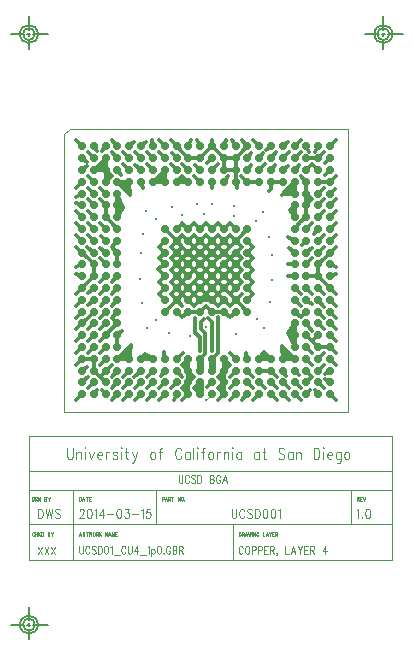
<source format=gbr>
*
*
G04 PADS 9.5 Build Number: 522968 generated Gerber (RS-274-X) file*
G04 PC Version=2.1*
*
%IN "UCSD001-BGA_5mm_2014-03"*%
*
%MOMM*%
*
%FSLAX33Y33*%
*
*
*
*
G04 PC Standard Apertures*
*
*
G04 Thermal Relief Aperture macro.*
%AMTER*
1,1,$1,0,0*
1,0,$1-$2,0,0*
21,0,$3,$4,0,0,45*
21,0,$3,$4,0,0,135*
%
*
*
G04 Annular Aperture macro.*
%AMANN*
1,1,$1,0,0*
1,0,$2,0,0*
%
*
*
G04 Odd Aperture macro.*
%AMODD*
1,1,$1,0,0*
1,0,$1-0.005,0,0*
%
*
*
G04 PC Custom Aperture Macros*
*
*
*
*
*
*
G04 PC Aperture Table*
*
%ADD010C,0.0254*%
%ADD013C,0.05*%
%ADD018C,0.1*%
%ADD019C,0.3*%
%ADD023C,0.08814*%
%ADD024C,0.1778*%
%ADD025C,0.7*%
%ADD032C,0.35*%
%ADD033C,0.6*%
*
*
*
*
G04 PC Circuitry*
G04 Layer Name UCSD001-BGA_5mm_2014-03 - circuitry*
%LPD*%
*
*
G04 PC Custom Flashes*
G04 Layer Name UCSD001-BGA_5mm_2014-03 - flashes*
%LPD*%
*
*
G04 PC Circuitry*
G04 Layer Name UCSD001-BGA_5mm_2014-03 - circuitry*
%LPD*%
*
G54D10*
G54D13*
G01X162762Y130828D02*
Y130500D01*
Y130828D02*
X162864D01*
X162864D02*
X162898Y130812D01*
X162898D02*
X162910Y130796D01*
X162910D02*
X162921Y130765D01*
X162921D02*
Y130734D01*
X162921D02*
X162910Y130703D01*
X162898Y130687*
X162898D02*
X162864Y130671D01*
X162864D02*
X162762D01*
X162842D02*
X162921Y130500D01*
X163023Y130828D02*
Y130500D01*
Y130828D02*
X163171D01*
X163023Y130671D02*
X163114D01*
X163023Y130500D02*
X163171D01*
X163273Y130828D02*
X163364Y130500D01*
X163455Y130828D02*
X163364Y130500D01*
X152762Y127828D02*
Y127500D01*
Y127828D02*
X152842D01*
X152876Y127812*
X152876D02*
X152898Y127781D01*
X152898D02*
X152910Y127750D01*
X152921Y127703*
X152921D02*
Y127625D01*
X152921D02*
X152910Y127578D01*
X152898Y127546*
X152898D02*
X152876Y127515D01*
X152876D02*
X152842Y127500D01*
X152762*
X153023Y127828D02*
Y127500D01*
Y127828D02*
X153126D01*
X153160Y127812*
X153160D02*
X153171Y127796D01*
X153171D02*
X153182Y127765D01*
X153182D02*
Y127734D01*
X153182D02*
X153171Y127703D01*
X153171D02*
X153160Y127687D01*
X153160D02*
X153126Y127671D01*
X153126D02*
X153023D01*
X153103D02*
X153182Y127500D01*
X153376Y127828D02*
X153285Y127500D01*
X153376Y127828D02*
X153467Y127500D01*
X153319Y127609D02*
X153432D01*
X153569Y127828D02*
X153626Y127500D01*
X153682Y127828D02*
X153626Y127500D01*
X153682Y127828D02*
X153739Y127500D01*
X153796Y127828D02*
X153739Y127500D01*
X153898Y127828D02*
Y127500D01*
X154001Y127828D02*
Y127500D01*
Y127828D02*
X154160Y127500D01*
Y127828D02*
Y127500D01*
X154432Y127750D02*
X154421Y127781D01*
X154421D02*
X154398Y127812D01*
X154398D02*
X154376Y127828D01*
X154330*
X154330D02*
X154307Y127812D01*
X154307D02*
X154285Y127781D01*
X154273Y127750*
X154273D02*
X154262Y127703D01*
Y127625*
X154273Y127578*
X154273D02*
X154285Y127546D01*
X154285D02*
X154307Y127515D01*
X154307D02*
X154330Y127500D01*
X154330D02*
X154376D01*
X154398Y127515*
X154398D02*
X154421Y127546D01*
X154421D02*
X154432Y127578D01*
X154432D02*
Y127625D01*
X154376D02*
X154432D01*
X154796Y127828D02*
Y127500D01*
X154796D02*
X154932D01*
X155126Y127828D02*
X155035Y127500D01*
X155126Y127828D02*
X155217Y127500D01*
X155069Y127609D02*
X155182D01*
X155319Y127828D02*
X155410Y127671D01*
X155410D02*
Y127500D01*
X155501Y127828D02*
X155410Y127671D01*
X155603Y127828D02*
Y127500D01*
Y127828D02*
X155751D01*
X155603Y127671D02*
X155694D01*
X155603Y127500D02*
X155751D01*
X155853Y127828D02*
Y127500D01*
Y127828D02*
X155955D01*
X155955D02*
X155989Y127812D01*
X155989D02*
X156001Y127796D01*
X156001D02*
X156012Y127765D01*
X156012D02*
Y127734D01*
X156001Y127703*
X155989Y127687*
X155989D02*
X155955Y127671D01*
X155955D02*
X155853D01*
X155932D02*
X156012Y127500D01*
X146262Y130828D02*
Y130500D01*
Y130828D02*
X146364D01*
X146364D02*
X146398Y130812D01*
X146398D02*
X146410Y130796D01*
X146410D02*
X146421Y130765D01*
X146421D02*
Y130718D01*
X146421D02*
X146410Y130687D01*
X146410D02*
X146398Y130671D01*
X146398D02*
X146364Y130656D01*
X146364D02*
X146262D01*
X146614Y130828D02*
X146523Y130500D01*
X146614Y130828D02*
X146705Y130500D01*
X146557Y130609D02*
X146671D01*
X146807Y130828D02*
Y130500D01*
Y130828D02*
X146910D01*
X146944Y130812*
X146944D02*
X146955Y130796D01*
X146955D02*
X146967Y130765D01*
X146967D02*
Y130734D01*
X146955Y130703*
X146955D02*
X146944Y130687D01*
X146944D02*
X146910Y130671D01*
X146910D02*
X146807D01*
X146887D02*
X146967Y130500D01*
X147148Y130828D02*
Y130500D01*
X147069Y130828D02*
X147228D01*
X147592D02*
Y130500D01*
Y130828D02*
X147751Y130500D01*
Y130828D02*
Y130500D01*
X147921Y130828D02*
X147898Y130812D01*
X147898D02*
X147876Y130781D01*
X147864Y130750*
X147864D02*
X147853Y130703D01*
Y130625*
X147864Y130578*
X147864D02*
X147876Y130546D01*
X147876D02*
X147898Y130515D01*
X147898D02*
X147921Y130500D01*
X147921D02*
X147967D01*
X147989Y130515*
X147989D02*
X148012Y130546D01*
X148012D02*
X148023Y130578D01*
X148023D02*
X148035Y130625D01*
Y130703*
X148023Y130750*
X148023D02*
X148012Y130781D01*
X147989Y130812*
X147989D02*
X147967Y130828D01*
X147921*
X148148Y130531D02*
X148137Y130515D01*
X148137D02*
X148148Y130500D01*
X148148D02*
X148160Y130515D01*
X148160D02*
X148148Y130531D01*
X139353Y127828D02*
X139262Y127500D01*
X139353Y127828D02*
X139444Y127500D01*
X139296Y127609D02*
X139410D01*
X139546Y127828D02*
Y127500D01*
Y127828D02*
X139648D01*
X139648D02*
X139682Y127812D01*
X139682D02*
X139694Y127796D01*
X139694D02*
X139705Y127765D01*
X139705D02*
Y127734D01*
X139705D02*
X139694Y127703D01*
X139682Y127687*
X139682D02*
X139648Y127671D01*
X139648D02*
X139546D01*
X139626D02*
X139705Y127500D01*
X139887Y127828D02*
Y127500D01*
X139807Y127828D02*
X139967D01*
X140069D02*
X140126Y127500D01*
X140182Y127828D02*
X140126Y127500D01*
X140182Y127828D02*
X140239Y127500D01*
X140296Y127828D02*
X140239Y127500D01*
X140467Y127828D02*
X140444Y127812D01*
X140444D02*
X140421Y127781D01*
X140421D02*
X140410Y127750D01*
X140398Y127703*
X140398D02*
Y127625D01*
X140398D02*
X140410Y127578D01*
X140421Y127546*
X140421D02*
X140444Y127515D01*
X140444D02*
X140467Y127500D01*
X140512*
X140535Y127515*
X140535D02*
X140557Y127546D01*
X140557D02*
X140569Y127578D01*
X140580Y127625*
X140580D02*
Y127703D01*
X140580D02*
X140569Y127750D01*
X140557Y127781*
X140557D02*
X140535Y127812D01*
X140535D02*
X140512Y127828D01*
X140467*
X140682D02*
Y127500D01*
Y127828D02*
X140785D01*
X140819Y127812*
X140819D02*
X140830Y127796D01*
X140830D02*
X140842Y127765D01*
X140842D02*
Y127734D01*
X140830Y127703*
X140830D02*
X140819Y127687D01*
X140819D02*
X140785Y127671D01*
X140785D02*
X140682D01*
X140762D02*
X140842Y127500D01*
X140944Y127828D02*
Y127500D01*
X141103Y127828D02*
X140944Y127609D01*
X141001Y127687D02*
X141103Y127500D01*
X141467Y127828D02*
Y127500D01*
Y127828D02*
X141626Y127500D01*
Y127828D02*
Y127500D01*
X141819Y127828D02*
X141728Y127500D01*
X141819Y127828D02*
X141910Y127500D01*
X141762Y127609D02*
X141876D01*
X142012Y127828D02*
Y127500D01*
Y127828D02*
X142103Y127500D01*
X142194Y127828D02*
X142103Y127500D01*
X142194Y127828D02*
Y127500D01*
X142296Y127828D02*
Y127500D01*
Y127828D02*
X142444D01*
X142296Y127671D02*
X142387D01*
X142296Y127500D02*
X142444D01*
X139262Y130828D02*
Y130500D01*
Y130828D02*
X139342D01*
X139376Y130812*
X139376D02*
X139398Y130781D01*
X139398D02*
X139410Y130750D01*
X139421Y130703*
X139421D02*
Y130625D01*
X139421D02*
X139410Y130578D01*
X139398Y130546*
X139398D02*
X139376Y130515D01*
X139376D02*
X139342Y130500D01*
X139262*
X139614Y130828D02*
X139523Y130500D01*
X139614Y130828D02*
X139705Y130500D01*
X139557Y130609D02*
X139671D01*
X139887Y130828D02*
Y130500D01*
X139807Y130828D02*
X139967D01*
X140069D02*
Y130500D01*
Y130828D02*
X140217D01*
X140069Y130671D02*
X140160D01*
X140069Y130500D02*
X140217D01*
X135432Y127750D02*
X135421Y127781D01*
X135421D02*
X135398Y127812D01*
X135398D02*
X135376Y127828D01*
X135330*
X135330D02*
X135307Y127812D01*
X135307D02*
X135285Y127781D01*
X135273Y127750*
X135273D02*
X135262Y127703D01*
Y127625*
X135273Y127578*
X135273D02*
X135285Y127546D01*
X135285D02*
X135307Y127515D01*
X135307D02*
X135330Y127500D01*
X135330D02*
X135376D01*
X135398Y127515*
X135398D02*
X135421Y127546D01*
X135421D02*
X135432Y127578D01*
X135535Y127828D02*
Y127500D01*
X135694Y127828D02*
Y127500D01*
X135535Y127671D02*
X135694D01*
X135796Y127828D02*
Y127500D01*
X135955Y127828D02*
X135796Y127609D01*
X135853Y127687D02*
X135955Y127500D01*
X136057Y127828D02*
Y127500D01*
Y127828D02*
X136137D01*
X136171Y127812*
X136171D02*
X136194Y127781D01*
X136205Y127750*
X136205D02*
X136217Y127703D01*
Y127625*
X136205Y127578*
X136205D02*
X136194Y127546D01*
X136194D02*
X136171Y127515D01*
X136171D02*
X136137Y127500D01*
X136057*
X136580Y127828D02*
Y127500D01*
Y127828D02*
X136682D01*
X136682D02*
X136717Y127812D01*
X136717D02*
X136728Y127796D01*
X136728D02*
X136739Y127765D01*
X136739D02*
Y127734D01*
X136739D02*
X136728Y127703D01*
X136717Y127687*
X136717D02*
X136682Y127671D01*
X136580D02*
X136682D01*
X136682D02*
X136717Y127656D01*
X136728Y127640*
X136728D02*
X136739Y127609D01*
X136739D02*
Y127562D01*
X136739D02*
X136728Y127531D01*
X136717Y127515*
X136717D02*
X136682Y127500D01*
X136682D02*
X136580D01*
X136842Y127828D02*
X136932Y127671D01*
X136932D02*
Y127500D01*
X137023Y127828D02*
X136932Y127671D01*
X135262Y130828D02*
Y130500D01*
Y130828D02*
X135342D01*
X135376Y130812*
X135376D02*
X135398Y130781D01*
X135398D02*
X135410Y130750D01*
X135421Y130703*
X135421D02*
Y130625D01*
X135421D02*
X135410Y130578D01*
X135398Y130546*
X135398D02*
X135376Y130515D01*
X135376D02*
X135342Y130500D01*
X135262*
X135523Y130828D02*
Y130500D01*
Y130828D02*
X135626D01*
X135660Y130812*
X135660D02*
X135671Y130796D01*
X135671D02*
X135682Y130765D01*
X135682D02*
Y130734D01*
X135682D02*
X135671Y130703D01*
X135671D02*
X135660Y130687D01*
X135660D02*
X135626Y130671D01*
X135626D02*
X135523D01*
X135603D02*
X135682Y130500D01*
X135785Y130828D02*
Y130500D01*
Y130828D02*
X135944Y130500D01*
Y130828D02*
Y130500D01*
X136307Y130828D02*
Y130500D01*
Y130828D02*
X136410D01*
X136444Y130812*
X136444D02*
X136455Y130796D01*
X136455D02*
X136467Y130765D01*
X136467D02*
Y130734D01*
X136455Y130703*
X136455D02*
X136444Y130687D01*
X136444D02*
X136410Y130671D01*
X136307D02*
X136410D01*
X136410D02*
X136444Y130656D01*
X136455Y130640*
X136455D02*
X136467Y130609D01*
Y130562*
X136467D02*
X136455Y130531D01*
X136455D02*
X136444Y130515D01*
X136444D02*
X136410Y130500D01*
X136307*
X136569Y130828D02*
X136660Y130671D01*
X136660D02*
Y130500D01*
X136751Y130828D02*
X136660Y130671D01*
G54D18*
X150000Y139000D02*
X150500Y139500D01*
X135000Y128500D02*
X138762D01*
Y131410*
X135000*
Y128500*
Y125500D02*
X138762D01*
Y128500*
X135000*
Y125500*
X138762Y128500D02*
X145762D01*
Y131410*
X138762*
Y128500*
Y125500D02*
X152262D01*
Y128500*
Y125500D02*
X165762D01*
Y128500*
X152262*
Y125500*
X145762Y128500D02*
X162262D01*
Y131410*
X145762*
Y128500*
X134999Y131410D02*
X165762D01*
Y133000*
X134999*
X134999D02*
Y131410D01*
Y133000D02*
X165762D01*
Y136000*
X134999*
X134999D02*
Y133000D01*
X163762Y128500D02*
X165762D01*
Y131410*
X162262*
Y128500*
X135762Y129820D02*
Y129000D01*
Y129820D02*
X135961D01*
X136046Y129781*
X136046D02*
X136103Y129703D01*
X136131Y129625*
X136131D02*
X136160Y129507D01*
X136160D02*
Y129312D01*
X136160D02*
X136131Y129195D01*
X136131D02*
X136103Y129117D01*
X136046Y129039*
X136046D02*
X135961Y129000D01*
X135762*
X136415Y129820D02*
X136557Y129000D01*
X136699Y129820D02*
X136557Y129000D01*
X136699Y129820D02*
X136842Y129000D01*
X136984Y129820D02*
X136842Y129000D01*
X137637Y129703D02*
X137580Y129781D01*
X137580D02*
X137495Y129820D01*
X137381*
X137381D02*
X137296Y129781D01*
X137296D02*
X137239Y129703D01*
X137239D02*
Y129625D01*
X137239D02*
X137268Y129546D01*
X137268D02*
X137296Y129507D01*
X137296D02*
X137353Y129468D01*
X137353D02*
X137523Y129390D01*
X137523D02*
X137580Y129351D01*
X137580D02*
X137609Y129312D01*
X137609D02*
X137637Y129234D01*
Y129117*
X137580Y129039*
X137580D02*
X137495Y129000D01*
X137381*
X137381D02*
X137296Y129039D01*
X137296D02*
X137239Y129117D01*
X147682Y132656D02*
Y132187D01*
X147682D02*
X147705Y132093D01*
X147705D02*
X147751Y132031D01*
X147819Y132000*
X147864*
X147864D02*
X147932Y132031D01*
X147932D02*
X147978Y132093D01*
X147978D02*
X148001Y132187D01*
X148001D02*
Y132656D01*
X148546Y132500D02*
X148523Y132562D01*
X148523D02*
X148478Y132625D01*
X148432Y132656*
X148432D02*
X148342D01*
X148296Y132625*
X148296D02*
X148251Y132562D01*
X148251D02*
X148228Y132500D01*
X148205Y132406*
X148205D02*
Y132250D01*
X148205D02*
X148228Y132156D01*
X148251Y132093*
X148251D02*
X148296Y132031D01*
X148296D02*
X148342Y132000D01*
X148432*
X148432D02*
X148478Y132031D01*
X148523Y132093*
X148523D02*
X148546Y132156D01*
X149069Y132562D02*
X149023Y132625D01*
X149023D02*
X148955Y132656D01*
X148955D02*
X148864D01*
X148864D02*
X148796Y132625D01*
X148796D02*
X148751Y132562D01*
X148751D02*
Y132500D01*
X148773Y132437*
X148773D02*
X148796Y132406D01*
X148796D02*
X148842Y132375D01*
X148978Y132312*
X148978D02*
X149023Y132281D01*
X149023D02*
X149046Y132250D01*
X149046D02*
X149069Y132187D01*
X149069D02*
Y132093D01*
X149069D02*
X149023Y132031D01*
X149023D02*
X148955Y132000D01*
X148955D02*
X148864D01*
X148864D02*
X148796Y132031D01*
X148796D02*
X148751Y132093D01*
X149273Y132656D02*
Y132000D01*
Y132656D02*
X149432D01*
X149432D02*
X149501Y132625D01*
X149546Y132562*
X149546D02*
X149569Y132500D01*
X149592Y132406*
Y132250*
X149569Y132156*
X149546Y132093*
X149546D02*
X149501Y132031D01*
X149432Y132000*
X149432D02*
X149273D01*
X150319Y132656D02*
Y132000D01*
Y132656D02*
X150523D01*
X150523D02*
X150592Y132625D01*
X150614Y132593*
X150614D02*
X150637Y132531D01*
Y132468*
X150637D02*
X150614Y132406D01*
X150614D02*
X150592Y132375D01*
X150523Y132343*
X150319D02*
X150523D01*
X150523D02*
X150592Y132312D01*
X150592D02*
X150614Y132281D01*
X150614D02*
X150637Y132218D01*
X150637D02*
Y132125D01*
X150614Y132062*
X150614D02*
X150592Y132031D01*
X150523Y132000*
X150523D02*
X150319D01*
X151182Y132500D02*
X151160Y132562D01*
X151160D02*
X151114Y132625D01*
X151114D02*
X151069Y132656D01*
X150978*
X150932Y132625*
X150932D02*
X150887Y132562D01*
X150887D02*
X150864Y132500D01*
X150864D02*
X150842Y132406D01*
Y132250*
X150864Y132156*
X150864D02*
X150887Y132093D01*
X150887D02*
X150932Y132031D01*
X150932D02*
X150978Y132000D01*
X151069*
X151114Y132031*
X151114D02*
X151160Y132093D01*
X151160D02*
X151182Y132156D01*
X151182D02*
Y132250D01*
X151069D02*
X151182D01*
X151569Y132656D02*
X151387Y132000D01*
X151569Y132656D02*
X151751Y132000D01*
X151455Y132218D02*
X151682D01*
X138245Y134984D02*
Y134281D01*
X138279Y134140*
X138279D02*
X138347Y134046D01*
X138347D02*
X138449Y134000D01*
X138449D02*
X138518D01*
X138620Y134046*
X138620D02*
X138688Y134140D01*
X138688D02*
X138722Y134281D01*
X138722D02*
Y134984D01*
X139029Y134656D02*
Y134000D01*
Y134468D02*
X139131Y134609D01*
X139131D02*
X139199Y134656D01*
X139199D02*
X139302D01*
X139370Y134609*
X139404Y134468*
X139404D02*
Y134000D01*
X139711Y134984D02*
X139745Y134937D01*
X139745D02*
X139779Y134984D01*
X139779D02*
X139745Y135031D01*
X139711Y134984*
X139745Y134656D02*
Y134000D01*
X140086Y134656D02*
X140290Y134000D01*
X140495Y134656D02*
X140290Y134000D01*
X140802Y134375D02*
X141211D01*
Y134468*
X141211D02*
X141177Y134562D01*
X141177D02*
X141143Y134609D01*
X141074Y134656*
X141074D02*
X140972D01*
X140972D02*
X140904Y134609D01*
X140904D02*
X140836Y134515D01*
X140836D02*
X140802Y134375D01*
Y134281*
X140836Y134140*
X140836D02*
X140904Y134046D01*
X140904D02*
X140972Y134000D01*
X140972D02*
X141074D01*
X141074D02*
X141143Y134046D01*
X141143D02*
X141211Y134140D01*
X141518Y134656D02*
Y134000D01*
Y134375D02*
X141552Y134515D01*
X141552D02*
X141620Y134609D01*
X141688Y134656*
X141688D02*
X141790D01*
X142472Y134515D02*
X142438Y134609D01*
X142438D02*
X142336Y134656D01*
X142234*
X142131Y134609*
X142131D02*
X142097Y134515D01*
X142097D02*
X142131Y134421D01*
X142131D02*
X142199Y134375D01*
X142199D02*
X142370Y134328D01*
X142438Y134281*
X142438D02*
X142472Y134187D01*
X142472D02*
Y134140D01*
X142472D02*
X142438Y134046D01*
X142438D02*
X142336Y134000D01*
X142234*
X142131Y134046*
X142131D02*
X142097Y134140D01*
X142779Y134984D02*
X142813Y134937D01*
X142813D02*
X142847Y134984D01*
X142847D02*
X142813Y135031D01*
X142813D02*
X142779Y134984D01*
X142813Y134656D02*
Y134000D01*
X143256Y134984D02*
Y134187D01*
X143256D02*
X143290Y134046D01*
X143290D02*
X143359Y134000D01*
X143427*
X143154Y134656D02*
X143393D01*
X143768D02*
X143972Y134000D01*
X144177Y134656D02*
X143972Y134000D01*
X143972D02*
X143904Y133812D01*
X143904D02*
X143836Y133718D01*
X143836D02*
X143768Y133671D01*
X143768D02*
X143734D01*
X145438Y134656D02*
X145370Y134609D01*
X145302Y134515*
X145302D02*
X145268Y134375D01*
Y134281*
X145302Y134140*
X145302D02*
X145370Y134046D01*
X145370D02*
X145438Y134000D01*
X145438D02*
X145540D01*
X145540D02*
X145609Y134046D01*
X145609D02*
X145677Y134140D01*
X145677D02*
X145711Y134281D01*
Y134375*
X145677Y134515*
X145677D02*
X145609Y134609D01*
X145540Y134656*
X145540D02*
X145438D01*
X146290Y134984D02*
X146222D01*
X146222D02*
X146154Y134937D01*
X146154D02*
X146120Y134796D01*
X146120D02*
Y134000D01*
X146018Y134656D02*
X146256D01*
X147893Y134750D02*
X147859Y134843D01*
X147859D02*
X147790Y134937D01*
X147790D02*
X147722Y134984D01*
X147722D02*
X147586D01*
X147518Y134937*
X147518D02*
X147449Y134843D01*
X147449D02*
X147415Y134750D01*
X147415D02*
X147381Y134609D01*
X147381D02*
Y134375D01*
X147381D02*
X147415Y134234D01*
X147415D02*
X147449Y134140D01*
X147449D02*
X147518Y134046D01*
X147518D02*
X147586Y134000D01*
X147722*
X147722D02*
X147790Y134046D01*
X147790D02*
X147859Y134140D01*
X147859D02*
X147893Y134234D01*
X148609Y134656D02*
Y134000D01*
Y134515D02*
X148540Y134609D01*
X148540D02*
X148472Y134656D01*
X148472D02*
X148370D01*
X148302Y134609*
X148234Y134515*
X148234D02*
X148199Y134375D01*
X148199D02*
Y134281D01*
X148199D02*
X148234Y134140D01*
X148234D02*
X148302Y134046D01*
X148302D02*
X148370Y134000D01*
X148472*
X148472D02*
X148540Y134046D01*
X148540D02*
X148609Y134140D01*
X148915Y134984D02*
Y134000D01*
X149222Y134984D02*
X149256Y134937D01*
X149256D02*
X149290Y134984D01*
X149290D02*
X149256Y135031D01*
X149256D02*
X149222Y134984D01*
X149256Y134656D02*
Y134000D01*
X149870Y134984D02*
X149802D01*
X149734Y134937*
X149734D02*
X149699Y134796D01*
X149699D02*
Y134000D01*
X149597Y134656D02*
X149836D01*
X150347D02*
X150279Y134609D01*
X150279D02*
X150211Y134515D01*
X150211D02*
X150177Y134375D01*
Y134281*
X150211Y134140*
X150211D02*
X150279Y134046D01*
X150279D02*
X150347Y134000D01*
X150347D02*
X150449D01*
X150449D02*
X150518Y134046D01*
X150518D02*
X150586Y134140D01*
X150586D02*
X150620Y134281D01*
Y134375*
X150586Y134515*
X150586D02*
X150518Y134609D01*
X150449Y134656*
X150449D02*
X150347D01*
X150927D02*
Y134000D01*
Y134375D02*
X150961Y134515D01*
X150961D02*
X151029Y134609D01*
X151029D02*
X151097Y134656D01*
X151097D02*
X151199D01*
X151506D02*
Y134000D01*
Y134468D02*
X151609Y134609D01*
X151677Y134656*
X151779*
X151779D02*
X151847Y134609D01*
X151847D02*
X151881Y134468D01*
X151881D02*
Y134000D01*
X152188Y134984D02*
X152222Y134937D01*
X152222D02*
X152256Y134984D01*
X152256D02*
X152222Y135031D01*
X152222D02*
X152188Y134984D01*
X152222Y134656D02*
Y134000D01*
X152972Y134656D02*
Y134000D01*
Y134515D02*
X152904Y134609D01*
X152904D02*
X152836Y134656D01*
X152734*
X152665Y134609*
X152665D02*
X152597Y134515D01*
X152597D02*
X152563Y134375D01*
X152563D02*
Y134281D01*
X152563D02*
X152597Y134140D01*
X152597D02*
X152665Y134046D01*
X152665D02*
X152734Y134000D01*
X152836*
X152904Y134046*
X152904D02*
X152972Y134140D01*
X154472Y134656D02*
Y134000D01*
Y134515D02*
X154404Y134609D01*
X154404D02*
X154336Y134656D01*
X154234*
X154165Y134609*
X154165D02*
X154097Y134515D01*
X154097D02*
X154063Y134375D01*
X154063D02*
Y134281D01*
X154063D02*
X154097Y134140D01*
X154097D02*
X154165Y134046D01*
X154165D02*
X154234Y134000D01*
X154336*
X154404Y134046*
X154404D02*
X154472Y134140D01*
X154881Y134984D02*
Y134187D01*
X154881D02*
X154915Y134046D01*
X154915D02*
X154984Y134000D01*
X155052*
X154779Y134656D02*
X155018D01*
X156620Y134843D02*
X156552Y134937D01*
X156552D02*
X156449Y134984D01*
X156449D02*
X156313D01*
X156313D02*
X156211Y134937D01*
X156211D02*
X156143Y134843D01*
X156143D02*
Y134750D01*
X156177Y134656*
X156211Y134609*
X156279Y134562*
X156279D02*
X156484Y134468D01*
X156484D02*
X156552Y134421D01*
X156552D02*
X156586Y134375D01*
X156620Y134281*
Y134140*
X156620D02*
X156552Y134046D01*
X156552D02*
X156449Y134000D01*
X156449D02*
X156313D01*
X156313D02*
X156211Y134046D01*
X156211D02*
X156143Y134140D01*
X157336Y134656D02*
Y134000D01*
Y134515D02*
X157268Y134609D01*
X157199Y134656*
X157199D02*
X157097D01*
X157097D02*
X157029Y134609D01*
X157029D02*
X156961Y134515D01*
X156961D02*
X156927Y134375D01*
Y134281*
X156961Y134140*
X156961D02*
X157029Y134046D01*
X157029D02*
X157097Y134000D01*
X157097D02*
X157199D01*
X157199D02*
X157268Y134046D01*
X157268D02*
X157336Y134140D01*
X157643Y134656D02*
Y134000D01*
Y134468D02*
X157745Y134609D01*
X157813Y134656*
X157813D02*
X157915D01*
X157915D02*
X157984Y134609D01*
X158018Y134468*
X158018D02*
Y134000D01*
X159109Y134984D02*
Y134000D01*
Y134984D02*
X159347D01*
X159347D02*
X159449Y134937D01*
X159449D02*
X159518Y134843D01*
X159518D02*
X159552Y134750D01*
X159586Y134609*
Y134375*
X159552Y134234*
X159518Y134140*
X159518D02*
X159449Y134046D01*
X159449D02*
X159347Y134000D01*
X159347D02*
X159109D01*
X159893Y134984D02*
X159927Y134937D01*
X159927D02*
X159961Y134984D01*
X159927Y135031*
X159893Y134984*
X159927Y134656D02*
Y134000D01*
X160268Y134375D02*
X160677D01*
Y134468*
X160677D02*
X160643Y134562D01*
X160643D02*
X160609Y134609D01*
X160540Y134656*
X160540D02*
X160438D01*
X160438D02*
X160370Y134609D01*
X160302Y134515*
X160302D02*
X160268Y134375D01*
Y134281*
X160302Y134140*
X160302D02*
X160370Y134046D01*
X160370D02*
X160438Y134000D01*
X160438D02*
X160540D01*
X160540D02*
X160609Y134046D01*
X160609D02*
X160677Y134140D01*
X161393Y134656D02*
Y133906D01*
X161359Y133765*
X161359D02*
X161324Y133718D01*
X161324D02*
X161256Y133671D01*
X161256D02*
X161154D01*
X161154D02*
X161086Y133718D01*
X161393Y134515D02*
X161324Y134609D01*
X161324D02*
X161256Y134656D01*
X161256D02*
X161154D01*
X161154D02*
X161086Y134609D01*
X161018Y134515*
X161018D02*
X160984Y134375D01*
Y134281*
X161018Y134140*
X161018D02*
X161086Y134046D01*
X161086D02*
X161154Y134000D01*
X161154D02*
X161256D01*
X161256D02*
X161324Y134046D01*
X161324D02*
X161393Y134140D01*
X161870Y134656D02*
X161802Y134609D01*
X161734Y134515*
X161734D02*
X161699Y134375D01*
X161699D02*
Y134281D01*
X161699D02*
X161734Y134140D01*
X161734D02*
X161802Y134046D01*
X161802D02*
X161870Y134000D01*
X161972*
X161972D02*
X162040Y134046D01*
X162040D02*
X162109Y134140D01*
X162109D02*
X162143Y134281D01*
Y134375*
X162109Y134515*
X162109D02*
X162040Y134609D01*
X162040D02*
X161972Y134656D01*
X161972D02*
X161870D01*
X162762Y129664D02*
X162819Y129703D01*
X162904Y129820*
X162904D02*
Y129000D01*
X163188Y129078D02*
X163160Y129039D01*
X163188Y129000*
X163188D02*
X163217Y129039D01*
X163188Y129078*
X163643Y129820D02*
X163557Y129781D01*
X163557D02*
X163501Y129664D01*
X163472Y129468*
X163472D02*
Y129351D01*
X163472D02*
X163501Y129156D01*
X163557Y129039*
X163557D02*
X163643Y129000D01*
X163699*
X163699D02*
X163785Y129039D01*
X163842Y129156*
X163870Y129351*
X163870D02*
Y129468D01*
X163870D02*
X163842Y129664D01*
X163785Y129781*
X163699Y129820*
X163699D02*
X163643D01*
X152160D02*
Y129234D01*
X152188Y129117*
X152188D02*
X152245Y129039D01*
X152330Y129000*
X152330D02*
X152387D01*
X152472Y129039*
X152472D02*
X152529Y129117D01*
X152529D02*
X152557Y129234D01*
X152557D02*
Y129820D01*
X153239Y129625D02*
X153211Y129703D01*
X153154Y129781*
X153154D02*
X153097Y129820D01*
X153097D02*
X152984D01*
X152927Y129781*
X152870Y129703*
X152842Y129625*
X152813Y129507*
X152813D02*
Y129312D01*
X152813D02*
X152842Y129195D01*
X152870Y129117*
X152927Y129039*
X152984Y129000*
X153097*
X153097D02*
X153154Y129039D01*
X153154D02*
X153211Y129117D01*
X153239Y129195*
X153893Y129703D02*
X153836Y129781D01*
X153751Y129820*
X153637*
X153552Y129781*
X153495Y129703*
Y129625*
X153523Y129546*
X153523D02*
X153552Y129507D01*
X153552D02*
X153609Y129468D01*
X153609D02*
X153779Y129390D01*
X153779D02*
X153836Y129351D01*
X153836D02*
X153864Y129312D01*
X153864D02*
X153893Y129234D01*
Y129117*
X153836Y129039*
X153751Y129000*
X153637*
X153552Y129039*
X153495Y129117*
X154148Y129820D02*
Y129000D01*
Y129820D02*
X154347D01*
X154347D02*
X154432Y129781D01*
X154432D02*
X154489Y129703D01*
X154489D02*
X154518Y129625D01*
X154546Y129507*
X154546D02*
Y129312D01*
X154546D02*
X154518Y129195D01*
X154489Y129117*
X154489D02*
X154432Y129039D01*
X154432D02*
X154347Y129000D01*
X154347D02*
X154148D01*
X154972Y129820D02*
X154887Y129781D01*
X154830Y129664*
X154830D02*
X154802Y129468D01*
X154802D02*
Y129351D01*
X154802D02*
X154830Y129156D01*
X154830D02*
X154887Y129039D01*
X154972Y129000*
X154972D02*
X155029D01*
X155029D02*
X155114Y129039D01*
X155114D02*
X155171Y129156D01*
X155171D02*
X155199Y129351D01*
X155199D02*
Y129468D01*
X155199D02*
X155171Y129664D01*
X155171D02*
X155114Y129781D01*
X155114D02*
X155029Y129820D01*
X155029D02*
X154972D01*
X155626D02*
X155540Y129781D01*
X155540D02*
X155484Y129664D01*
X155455Y129468*
X155455D02*
Y129351D01*
X155455D02*
X155484Y129156D01*
X155540Y129039*
X155540D02*
X155626Y129000D01*
X155682*
X155682D02*
X155768Y129039D01*
X155824Y129156*
X155824D02*
X155853Y129351D01*
X155853D02*
Y129468D01*
X155853D02*
X155824Y129664D01*
X155824D02*
X155768Y129781D01*
X155682Y129820*
X155682D02*
X155626D01*
X156109Y129664D02*
X156165Y129703D01*
X156165D02*
X156251Y129820D01*
Y129000*
X139290Y129625D02*
Y129664D01*
X139290D02*
X139319Y129742D01*
X139347Y129781*
X139347D02*
X139404Y129820D01*
X139404D02*
X139518D01*
X139574Y129781*
X139574D02*
X139603Y129742D01*
X139631Y129664*
X139631D02*
Y129585D01*
X139631D02*
X139603Y129507D01*
X139603D02*
X139546Y129390D01*
X139546D02*
X139262Y129000D01*
X139660*
X140086Y129820D02*
X140001Y129781D01*
X139944Y129664*
X139915Y129468*
X139915D02*
Y129351D01*
X139915D02*
X139944Y129156D01*
X140001Y129039*
X140086Y129000*
X140143*
X140228Y129039*
X140285Y129156*
X140313Y129351*
X140313D02*
Y129468D01*
X140313D02*
X140285Y129664D01*
X140228Y129781*
X140143Y129820*
X140086*
X140569Y129664D02*
X140626Y129703D01*
X140711Y129820*
Y129000*
X141251Y129820D02*
X140967Y129273D01*
X141393*
X141251Y129820D02*
Y129000D01*
X141648Y129351D02*
X142160D01*
X142586Y129820D02*
X142501Y129781D01*
X142444Y129664*
X142415Y129468*
X142415D02*
Y129351D01*
X142415D02*
X142444Y129156D01*
X142501Y129039*
X142586Y129000*
X142643*
X142728Y129039*
X142785Y129156*
X142813Y129351*
X142813D02*
Y129468D01*
X142813D02*
X142785Y129664D01*
X142728Y129781*
X142643Y129820*
X142586*
X143126D02*
X143438D01*
X143438D02*
X143268Y129507D01*
X143268D02*
X143353D01*
X143353D02*
X143410Y129468D01*
X143410D02*
X143438Y129429D01*
X143438D02*
X143467Y129312D01*
X143467D02*
Y129234D01*
X143438Y129117*
X143438D02*
X143381Y129039D01*
X143381D02*
X143296Y129000D01*
X143296D02*
X143211D01*
X143126Y129039*
X143097Y129078*
X143097D02*
X143069Y129156D01*
X143722Y129351D02*
X144234D01*
X144489Y129664D02*
X144546Y129703D01*
X144546D02*
X144631Y129820D01*
X144631D02*
Y129000D01*
X145256Y129820D02*
X144972D01*
X144972D02*
X144944Y129468D01*
X144944D02*
X144972Y129507D01*
X144972D02*
X145057Y129546D01*
X145057D02*
X145143D01*
X145143D02*
X145228Y129507D01*
X145228D02*
X145285Y129429D01*
X145285D02*
X145313Y129312D01*
X145313D02*
X145285Y129234D01*
X145256Y129117*
X145256D02*
X145199Y129039D01*
X145199D02*
X145114Y129000D01*
X145114D02*
X145029D01*
X145029D02*
X144944Y129039D01*
X144915Y129078*
X144915D02*
X144887Y129156D01*
X135762Y126546D02*
X136074Y126000D01*
Y126546D02*
X135762Y126000D01*
X136330Y126546D02*
X136643Y126000D01*
Y126546D02*
X136330Y126000D01*
X136898Y126546D02*
X137211Y126000D01*
Y126546D02*
X136898Y126000D01*
X153103Y126500D02*
X153080Y126562D01*
X153080D02*
X153035Y126625D01*
X152989Y126656*
X152989D02*
X152898D01*
X152898D02*
X152853Y126625D01*
X152807Y126562*
X152807D02*
X152785Y126500D01*
X152762Y126406*
Y126250*
X152785Y126156*
X152807Y126093*
X152807D02*
X152853Y126031D01*
X152898Y126000*
X152898D02*
X152989D01*
X152989D02*
X153035Y126031D01*
X153080Y126093*
X153080D02*
X153103Y126156D01*
X153444Y126656D02*
X153398Y126625D01*
X153398D02*
X153353Y126562D01*
X153353D02*
X153330Y126500D01*
X153330D02*
X153307Y126406D01*
X153307D02*
Y126250D01*
X153307D02*
X153330Y126156D01*
X153330D02*
X153353Y126093D01*
X153353D02*
X153398Y126031D01*
X153398D02*
X153444Y126000D01*
X153535*
X153580Y126031*
X153580D02*
X153626Y126093D01*
X153626D02*
X153648Y126156D01*
X153648D02*
X153671Y126250D01*
X153671D02*
Y126406D01*
X153671D02*
X153648Y126500D01*
X153648D02*
X153626Y126562D01*
X153626D02*
X153580Y126625D01*
X153580D02*
X153535Y126656D01*
X153444*
X153876D02*
Y126000D01*
Y126656D02*
X154080D01*
X154080D02*
X154148Y126625D01*
X154148D02*
X154171Y126593D01*
X154171D02*
X154194Y126531D01*
Y126437*
X154194D02*
X154171Y126375D01*
X154171D02*
X154148Y126343D01*
X154148D02*
X154080Y126312D01*
X154080D02*
X153876D01*
X154398Y126656D02*
Y126000D01*
Y126656D02*
X154603D01*
X154671Y126625*
X154671D02*
X154694Y126593D01*
X154694D02*
X154717Y126531D01*
Y126437*
X154717D02*
X154694Y126375D01*
X154671Y126343*
X154671D02*
X154603Y126312D01*
X154603D02*
X154398D01*
X154921Y126656D02*
Y126000D01*
Y126656D02*
X155217D01*
X154921Y126343D02*
X155103D01*
X154921Y126000D02*
X155217D01*
X155421Y126656D02*
Y126000D01*
Y126656D02*
X155626D01*
X155694Y126625*
X155717Y126593*
X155717D02*
X155739Y126531D01*
X155739D02*
Y126468D01*
X155739D02*
X155717Y126406D01*
X155694Y126375*
X155626Y126343*
X155626D02*
X155421D01*
X155580D02*
X155739Y126000D01*
X155989Y126031D02*
X155967Y126000D01*
X155944Y126031*
X155967Y126062*
X155967D02*
X155989Y126031D01*
X155989D02*
Y125968D01*
X155989D02*
X155967Y125906D01*
X155944Y125875*
X156717Y126656D02*
Y126000D01*
X156989*
X157376Y126656D02*
X157194Y126000D01*
X157376Y126656D02*
X157557Y126000D01*
X157262Y126218D02*
X157489D01*
X157762Y126656D02*
X157944Y126343D01*
X157944D02*
Y126000D01*
X158126Y126656D02*
X157944Y126343D01*
X158330Y126656D02*
Y126000D01*
Y126656D02*
X158626D01*
X158330Y126343D02*
X158512D01*
X158330Y126000D02*
X158626D01*
X158830Y126656D02*
Y126000D01*
Y126656D02*
X159035D01*
X159103Y126625*
X159126Y126593*
X159126D02*
X159148Y126531D01*
X159148D02*
Y126468D01*
X159148D02*
X159126Y126406D01*
X159103Y126375*
X159035Y126343*
X159035D02*
X158830D01*
X158989D02*
X159148Y126000D01*
X160103Y126656D02*
X159876Y126218D01*
X159876D02*
X160217D01*
X160103Y126656D02*
Y126000D01*
X139262Y126656D02*
Y126187D01*
X139262D02*
X139285Y126093D01*
X139285D02*
X139330Y126031D01*
X139330D02*
X139398Y126000D01*
X139398D02*
X139444D01*
X139512Y126031*
X139557Y126093*
X139557D02*
X139580Y126187D01*
X139580D02*
Y126656D01*
X140126Y126500D02*
X140103Y126562D01*
X140103D02*
X140057Y126625D01*
X140057D02*
X140012Y126656D01*
X139921*
X139921D02*
X139876Y126625D01*
X139830Y126562*
X139830D02*
X139807Y126500D01*
X139807D02*
X139785Y126406D01*
Y126250*
X139807Y126156*
X139807D02*
X139830Y126093D01*
X139830D02*
X139876Y126031D01*
X139921Y126000*
X139921D02*
X140012D01*
X140057Y126031*
X140057D02*
X140103Y126093D01*
X140103D02*
X140126Y126156D01*
X140648Y126562D02*
X140603Y126625D01*
X140535Y126656*
X140444*
X140376Y126625*
X140330Y126562*
X140330D02*
Y126500D01*
X140330D02*
X140353Y126437D01*
X140353D02*
X140376Y126406D01*
X140421Y126375*
X140421D02*
X140557Y126312D01*
X140557D02*
X140603Y126281D01*
X140626Y126250*
X140648Y126187*
X140648D02*
Y126093D01*
X140648D02*
X140603Y126031D01*
X140535Y126000*
X140444*
X140376Y126031*
X140330Y126093*
X140853Y126656D02*
Y126000D01*
Y126656D02*
X141012D01*
X141080Y126625*
X141080D02*
X141126Y126562D01*
X141126D02*
X141148Y126500D01*
X141148D02*
X141171Y126406D01*
X141171D02*
Y126250D01*
X141171D02*
X141148Y126156D01*
X141148D02*
X141126Y126093D01*
X141126D02*
X141080Y126031D01*
X141080D02*
X141012Y126000D01*
X140853*
X141512Y126656D02*
X141444Y126625D01*
X141398Y126531*
X141398D02*
X141376Y126375D01*
Y126281*
X141398Y126125*
X141398D02*
X141444Y126031D01*
X141512Y126000*
X141557*
X141557D02*
X141626Y126031D01*
X141671Y126125*
X141671D02*
X141694Y126281D01*
Y126375*
X141671Y126531*
X141671D02*
X141626Y126625D01*
X141557Y126656*
X141557D02*
X141512D01*
X141898Y126531D02*
X141944Y126562D01*
X141944D02*
X142012Y126656D01*
Y126000*
X142217Y125875D02*
X142694D01*
X143171Y126500D02*
X143148Y126562D01*
X143148D02*
X143103Y126625D01*
X143057Y126656*
X143057D02*
X142967D01*
X142921Y126625*
X142921D02*
X142876Y126562D01*
X142876D02*
X142853Y126500D01*
X142830Y126406*
X142830D02*
Y126250D01*
X142830D02*
X142853Y126156D01*
X142876Y126093*
X142876D02*
X142921Y126031D01*
X142921D02*
X142967Y126000D01*
X143057*
X143057D02*
X143103Y126031D01*
X143148Y126093*
X143148D02*
X143171Y126156D01*
X143376Y126656D02*
Y126187D01*
X143376D02*
X143398Y126093D01*
X143398D02*
X143444Y126031D01*
X143512Y126000*
X143557*
X143557D02*
X143626Y126031D01*
X143671Y126093*
X143671D02*
X143694Y126187D01*
X143694D02*
Y126656D01*
X144126D02*
X143898Y126218D01*
X143898D02*
X144239D01*
X144126Y126656D02*
Y126000D01*
X144444Y125875D02*
X144921D01*
X145057Y126531D02*
X145103Y126562D01*
X145103D02*
X145171Y126656D01*
X145171D02*
Y126000D01*
X145376Y126437D02*
Y125781D01*
Y126343D02*
X145421Y126406D01*
X145421D02*
X145467Y126437D01*
X145467D02*
X145535D01*
X145535D02*
X145580Y126406D01*
X145580D02*
X145626Y126343D01*
X145626D02*
X145648Y126250D01*
X145648D02*
Y126187D01*
X145648D02*
X145626Y126093D01*
X145626D02*
X145580Y126031D01*
X145580D02*
X145535Y126000D01*
X145467*
X145421Y126031*
X145421D02*
X145376Y126093D01*
X145989Y126656D02*
X145921Y126625D01*
X145921D02*
X145876Y126531D01*
X145853Y126375*
Y126281*
X145876Y126125*
X145921Y126031*
X145921D02*
X145989Y126000D01*
X145989D02*
X146035D01*
X146103Y126031*
X146148Y126125*
X146148D02*
X146171Y126281D01*
X146171D02*
Y126375D01*
X146171D02*
X146148Y126531D01*
X146148D02*
X146103Y126625D01*
X146035Y126656*
X145989*
X146398Y126062D02*
X146376Y126031D01*
X146398Y126000*
X146398D02*
X146421Y126031D01*
X146421D02*
X146398Y126062D01*
X146967Y126500D02*
X146944Y126562D01*
X146944D02*
X146898Y126625D01*
X146898D02*
X146853Y126656D01*
X146762*
X146717Y126625*
X146671Y126562*
X146671D02*
X146648Y126500D01*
X146648D02*
X146626Y126406D01*
Y126250*
X146648Y126156*
X146648D02*
X146671Y126093D01*
X146671D02*
X146717Y126031D01*
X146762Y126000*
X146853*
X146898Y126031*
X146898D02*
X146944Y126093D01*
X146944D02*
X146967Y126156D01*
Y126250*
X146853D02*
X146967D01*
X147171Y126656D02*
Y126000D01*
Y126656D02*
X147376D01*
X147444Y126625*
X147467Y126593*
X147467D02*
X147489Y126531D01*
X147489D02*
Y126468D01*
X147489D02*
X147467Y126406D01*
X147444Y126375*
X147376Y126343*
X147171D02*
X147376D01*
X147376D02*
X147444Y126312D01*
X147444D02*
X147467Y126281D01*
X147489Y126218*
X147489D02*
Y126125D01*
X147489D02*
X147467Y126062D01*
X147467D02*
X147444Y126031D01*
X147376Y126000*
X147171*
X147694Y126656D02*
Y126000D01*
Y126656D02*
X147898D01*
X147898D02*
X147967Y126625D01*
X147989Y126593*
X147989D02*
X148012Y126531D01*
Y126468*
X148012D02*
X147989Y126406D01*
X147989D02*
X147967Y126375D01*
X147898Y126343*
X147898D02*
X147694D01*
X147853D02*
X148012Y126000D01*
G54D19*
X139000Y139000D02*
X139500Y139500D01*
X144000Y139000D02*
X144500Y139500D01*
X157000Y139000D02*
X156500Y139500D01*
X143000Y139000D02*
X143500Y139500D01*
X156000Y139000D02*
X155500Y139500D01*
X154000Y139000D02*
X154500Y139500D01*
X145000Y139000D02*
X145500Y139500D01*
X153000Y139000D02*
X153500Y139500D01*
X152000Y139000D02*
X152500Y139500D01*
X146000Y139000D02*
X146500Y139500D01*
X147300Y139000D02*
X147500Y139500D01*
X158000Y139000D02*
X157500Y139500D01*
X142000Y139000D02*
X142500Y139500D01*
X159500D02*
X159200Y139900D01*
X158500Y139500D02*
X158800Y139900D01*
X149500Y139500D02*
X149000Y140000D01*
X141500Y139500D02*
X141200Y139900D01*
X140500Y139500D02*
X140800Y139900D01*
X161000Y139000D02*
X160500Y139500D01*
X139000Y147000D02*
X139500Y147500D01*
X139000Y146000D02*
X139500Y146500D01*
X139000Y144000D02*
X139500Y144500D01*
X139000Y156200D02*
X139500Y156500D01*
X139000Y143000D02*
X139500Y143500D01*
X139000Y157000D02*
X139500Y157500D01*
X139000Y145000D02*
X139500Y145500D01*
X139000Y142000D02*
X139500Y142500D01*
X139000Y148000D02*
X139500Y148500D01*
X139000Y150300D02*
X139500Y150500D01*
Y140500D02*
X140000Y141000D01*
X139500Y141500D02*
X139950Y141850D01*
X139500Y145500D02*
X139900Y145900D01*
X139500Y148500D02*
X139900Y148900D01*
X139500Y149500D02*
X139000Y149700D01*
X139500Y151500D02*
X139000Y152000D01*
X139500Y152500D02*
X139000Y153000D01*
X139500Y153500D02*
X139000Y154000D01*
X139500Y154500D02*
X139000Y155000D01*
X139500Y155500D02*
X139000Y155700D01*
X139500Y158500D02*
X139900Y158800D01*
X147950Y153950D02*
X148000Y154000D01*
X142000Y146000D02*
X142500Y146500D01*
X146500Y158000D02*
X146000D01*
X151500Y159500D02*
X152000D01*
X152500*
X141500Y158000D02*
X142000D01*
X141000Y158500D02*
Y159000D01*
X141500*
X148500Y140000D02*
X148000D01*
X148500Y141000D02*
X149000D01*
X148500Y142000D02*
X148000D01*
X144850Y142500D02*
Y142950D01*
X151500Y142000D02*
X152000D01*
X151500Y140000D02*
X151000D01*
X151500Y141000D02*
X151000D01*
X155000Y142500D02*
X154900Y143100D01*
X158500Y156000D02*
X159000D01*
X158500Y156550D02*
Y157500D01*
X157950Y154050D02*
X158500Y154500D01*
X146000Y157500D02*
Y158000D01*
X142800Y158100D02*
X142500Y158500D01*
Y155500D02*
Y155100D01*
X143000Y155300*
X148000Y157500D02*
Y158000D01*
X142500Y155500D02*
X143000Y155300D01*
X142500Y156500*
X142000Y154000D02*
X141500Y154500D01*
X140000Y145000D02*
X140500Y145500D01*
X157500Y146500D02*
X158000Y146050D01*
X158500Y146500*
X154000Y150000D02*
X153500Y150500D01*
X145900Y150100D02*
X146500Y150500D01*
X155350Y156750D02*
X155500Y156900D01*
Y157500*
X139900Y145900D02*
X140500Y146500D01*
X159500Y149500D02*
X159000D01*
X159500*
X158100Y152100D02*
X158500Y152500D01*
X159100Y153100D02*
X159500Y153500D01*
X156950Y150500D02*
X157500D01*
X160100Y159100D02*
X160500Y159500D01*
X160100Y158100D02*
X160500Y158500D01*
X142000Y149000D02*
X142500Y149500D01*
X140000Y143000D02*
X140500Y143500D01*
X142000Y147000D02*
X142500Y147500D01*
X140000Y147100D02*
X140500Y147500D01*
X141100Y147000D02*
X141500Y147500D01*
X141000Y148000D02*
X141500Y148500D01*
X140000Y144000D02*
X140500Y144500D01*
X141000Y142000D02*
X141500Y142500D01*
X141000Y143000D02*
X141500Y143500D01*
X141000Y149000D02*
X141500Y149500D01*
X141000Y146000D02*
X141500Y146500D01*
X141000Y145000D02*
X141500Y145500D01*
X144700Y157000D02*
X144500Y157500D01*
X145000Y140000D02*
X145500Y140500D01*
X145000Y141000D02*
X145500Y141500D01*
X146150Y141050D02*
X146500Y141500D01*
X146000Y140000D02*
X146500Y140500D01*
X142000Y140000D02*
X142500Y140500D01*
X143000Y141000D02*
X143500Y141500D01*
X144000Y140000D02*
X144500Y140500D01*
X142000Y141000D02*
X142500Y141500D01*
X143000Y140000D02*
X143500Y140500D01*
X159000Y148000D02*
X158500Y148500D01*
X160000Y146900D02*
X159500Y147500D01*
X158950Y147150D02*
X158500Y147500D01*
X158000Y146950D02*
X157500Y147500D01*
X160000Y146000D02*
X159500Y146500D01*
X159000Y142000D02*
X158500Y142500D01*
X160000Y145000D02*
X159500Y145500D01*
X156900Y149500D02*
X157500D01*
X160100Y141200D02*
X160500Y141500D01*
X159000Y144900D02*
X158500Y145500D01*
X159000Y143000D02*
X158500Y143500D01*
X154000Y141000D02*
X153500Y141500D01*
X157900Y141100D02*
X157500Y141500D01*
X154000Y140000D02*
X153500Y140500D01*
X158000Y140000D02*
X157500Y140500D01*
X157000Y140000D02*
X156500Y140500D01*
X156000Y140000D02*
X155500Y140500D01*
X156800Y141050D02*
X156500Y141500D01*
X155000Y140000D02*
X154500Y140500D01*
X141200Y160100D02*
X141500Y160500D01*
X140800Y160100D02*
X140500Y160500D01*
X139900Y159200D02*
X139500Y159500D01*
X152600Y156950D02*
X152500Y157500D01*
X154000Y151000D02*
X153500Y151500D01*
X154000Y149000D02*
X153500Y149500D01*
X154000Y148000D02*
X153500Y148500D01*
X146000Y148000D02*
X146500Y148500D01*
X152500Y146500D02*
X152052Y146058D01*
X151500Y146500*
X147500D02*
X147948Y146058D01*
X148500Y146500*
X154000Y152000D02*
X153500Y152500D01*
X146000Y152000D02*
X146500Y152500D01*
X159250Y160050D02*
X159500Y160500D01*
X158750Y160050D02*
X158500Y160500D01*
X150500Y157000D02*
Y157500D01*
X150100Y159100D02*
X150500Y159500D01*
X142000Y152000D02*
X142500Y152500D01*
X140000Y148100D02*
X140500Y148500D01*
X141000Y144000D02*
X141500Y144500D01*
X160000Y148000D02*
X159500Y148500D01*
X158500Y144500D02*
X159000Y144000D01*
X159500Y144500*
X158000Y148000D02*
X157500Y148500D01*
X142000Y148000D02*
X142500Y148500D01*
X156000Y141000D02*
X155500Y141500D01*
X152000Y141000D02*
X152500Y141500D01*
X152000Y140000D02*
X152500Y140500D01*
X147000Y140000D02*
X147500Y140500D01*
X143900Y141000D02*
X144500Y141500D01*
X148000Y141000D02*
X147500Y141500D01*
X159000Y141000D02*
X158500Y141500D01*
X140500D02*
X141000Y141000D01*
X141500Y141500*
X159950Y150950D02*
X160500Y151500D01*
X160000Y149000D02*
X159500Y149500D01*
X140000Y151000D02*
X139500Y151500D01*
X149000Y140000D02*
X149500Y140500D01*
X150100Y140100D02*
X150500Y140500D01*
X139900Y148900D02*
X140500Y149500D01*
X150000Y160000D02*
X150500Y160500D01*
X147900Y160100D02*
X147500Y160500D01*
X153000Y160000D02*
X153500Y160500D01*
X151000Y160000D02*
X150500Y160500D01*
X140000Y140000D02*
X140500Y140500D01*
X160000Y140000D02*
X159500Y140500D01*
X150500Y143200D02*
Y145650D01*
X150200Y145950*
X149450Y143200D02*
Y144350D01*
X149100Y144700*
Y146000*
X150500Y147500D02*
X150000D01*
X149500*
X150000D02*
Y148000D01*
X146000Y149000D02*
X146500Y149500D01*
X146000Y151000D02*
X146500Y151500D01*
X150500Y148500D02*
X150000Y148000D01*
X149500Y148500*
X150500Y152500D02*
X150000Y152000D01*
X149500Y152500*
X150500Y151500D02*
X150000Y151000D01*
X149500Y151500*
X147000Y150000D02*
X147500Y150500D01*
X148500D02*
X148000Y150000D01*
X147500Y150500*
X149500D02*
X149000Y150000D01*
X148500Y150500*
X150500Y149500D02*
X150000Y149000D01*
X149500Y149500*
X150500Y150500D02*
X150000Y150000D01*
X149500Y150500*
X151500D02*
X151000Y150000D01*
X150500Y150500*
X153000Y150000D02*
X152500Y150500D01*
X152000Y150000*
X151500Y150500*
X148500Y148500D02*
X149000Y148000D01*
X149500Y148500*
X148500Y147500D02*
X149000Y147000D01*
X149500Y147500*
X148000Y147000D02*
X147500Y147500D01*
X147000Y147000*
X148500Y148500D02*
X148000Y148000D01*
X147500Y148500*
X147000Y148000D02*
X147500Y148500D01*
X147000Y149000D02*
X147500Y149500D01*
X148500D02*
X148000Y149000D01*
X147500Y149500*
X149000Y149000D02*
X149500Y149500D01*
X147500Y151500D02*
X148000Y151000D01*
X148500Y151500*
X147000Y151000D02*
X147500Y151500D01*
X147000Y152000D02*
X147500Y152500D01*
X147000Y153000D02*
X146500Y153500D01*
X148000Y152000D02*
X147500Y152500D01*
X149500D02*
X149000Y152000D01*
X148500Y152500*
Y151500D02*
X149000Y151000D01*
X149500Y151500*
X151500Y152500D02*
X151000Y152000D01*
X150500Y152500*
X153000Y153000D02*
X153500Y153500D01*
X152500Y152500D02*
X152000Y152000D01*
X151500Y152500*
X153000Y152000D02*
X152500Y152500D01*
X153000Y151000D02*
X152500Y151500D01*
X151500D02*
X151000Y151000D01*
X150500Y151500*
X151500Y149500D02*
X152000Y149000D01*
X152500Y149500*
X153000Y149000D02*
X152500Y149500D01*
X151500Y148500D02*
X152000Y148000D01*
X152500Y148500*
X153000Y147000D02*
X152500Y147500D01*
X151500D02*
X152000Y147000D01*
X152500Y147500*
X150500D02*
X151000Y147000D01*
X151500Y147500*
X150500Y148500D02*
X151000Y148000D01*
X151500Y148500*
X152500Y151500D02*
X152000Y151000D01*
X151500Y151500*
X150500Y149500D02*
X151000Y149000D01*
X151500Y149500*
X158500Y140500D02*
X159000Y141000D01*
X141500Y140500D02*
X141000Y141000D01*
X159500Y141500D02*
X160000Y142000D01*
X154500Y141500D02*
X155500D01*
X141500D02*
X142000Y142000D01*
X140500Y141500D02*
Y142500D01*
X159500D02*
X160000Y143000D01*
X153500Y142500D02*
X153400Y143000D01*
X152500Y142500D02*
X152000Y143000D01*
X150500Y142500D02*
X151000Y143000D01*
Y146050*
X149500Y142500D02*
X149900Y142900D01*
Y144650*
X149550Y145000*
Y145600*
X149800Y145850*
X147500Y142500D02*
X148050Y143000D01*
X146500Y142550D02*
Y142500D01*
X146450Y143050*
X140500Y142500D02*
X139500D01*
X160500Y143500D02*
X159500D01*
X159000Y144000*
X142500Y143500D02*
Y144500D01*
X142900Y144900*
X141500Y144500D02*
X142500Y145500D01*
X142000Y146000*
X153500Y146500D02*
X153000Y147000D01*
X151500Y146500D02*
X150500D01*
X150000Y147000*
X149500Y146500*
X148500*
X146500D02*
X147000Y147000D01*
X153500Y147500D02*
X154000Y148000D01*
X152000D02*
X152500Y147500D01*
X153000Y148000*
X151500Y147500D02*
X151000Y148000D01*
X150000D02*
X150500Y147500D01*
X151000Y148000*
X150000D02*
X149500Y147500D01*
X149000Y148000*
X148000D02*
X148500Y147500D01*
X149000Y148000*
X147000D02*
X147500Y147500D01*
X148000Y148000*
X146500Y147500D02*
X146000Y148000D01*
X153500Y148500D02*
X154000Y149000D01*
X152000D02*
X152500Y148500D01*
X153000Y149000*
X151000D02*
X151500Y148500D01*
X152000Y149000*
X150000D02*
X150500Y148500D01*
X151000Y149000*
X150000D02*
X149500Y148500D01*
X149000Y149000*
X148000D02*
X148500Y148500D01*
X149000Y149000*
X148000D02*
X147500Y148500D01*
X147000Y149000*
X146500Y148500D02*
X146000Y149000D01*
X159500Y149500D02*
Y150500D01*
X158500Y149500D02*
X159000D01*
X153500D02*
X154000Y150000D01*
X152000D02*
X152500Y149500D01*
X153000Y150000*
X151000D02*
X151500Y149500D01*
X152000Y150000*
X150000D02*
X150500Y149500D01*
X151000Y150000*
X149000D02*
X149500Y149500D01*
X150000Y150000*
X148000D02*
X148500Y149500D01*
X149000Y150000*
X147000D02*
X147500Y149500D01*
X148000Y150000*
X146500Y149500D02*
X145900Y150100D01*
X140500Y149500D02*
Y150500D01*
X159500D02*
X159950Y150950D01*
X158500Y150500D02*
X159000Y151000D01*
X153500Y150500D02*
X154000Y151000D01*
X153000D02*
X152500Y150500D01*
X152000Y151000*
X151500Y150500D02*
X152000Y151000D01*
X150000D02*
X150500Y150500D01*
X151000Y151000*
X150000D02*
X149500Y150500D01*
X149000Y151000*
X148500Y150500*
X148000Y151000*
X147500Y150500*
X147000Y151000*
X146500Y150500D02*
X146000Y151000D01*
X142500Y150500D02*
Y151500D01*
X141500Y150500D02*
X141000Y151000D01*
X140500Y150500D02*
X140000Y151000D01*
X159500Y151500D02*
X160000Y152000D01*
X158500Y151500D02*
X158950Y151850D01*
X157500Y151500D02*
X157000Y151850D01*
X153500Y151500D02*
X154000Y152000D01*
X152500Y151500D02*
X153000Y152000D01*
X151000D02*
X151500Y151500D01*
X152000Y152000*
X150000D02*
X150500Y151500D01*
X151000Y152000*
X150000D02*
X149500Y151500D01*
X149000Y152000*
X148000D02*
X148500Y151500D01*
X149000Y152000*
X148000D02*
X147500Y151500D01*
X147000Y152000*
X146500Y151500D02*
X146000Y152000D01*
X142500Y151500D02*
X142000Y152000D01*
X141500Y151500D02*
X141000Y151900D01*
X140500Y151500D02*
X139900Y152000D01*
X159500Y152500D02*
X160000Y153000D01*
X157500Y152500D02*
X156900Y152800D01*
X152000Y153000D02*
X152500Y152500D01*
X153000Y153000*
X152000D02*
X151500Y152500D01*
X151000Y153000*
X150000D02*
X150500Y152500D01*
X151000Y153000*
X150000D02*
X149500Y152500D01*
X149000Y153000*
X148000D02*
X148500Y152500D01*
X149000Y153000*
X148000D02*
X147500Y152500D01*
X147000Y153000*
X141500Y152500D02*
X141100Y152900D01*
X140500Y152500D02*
X140000Y153000D01*
X158500Y153500D02*
X159000Y154000D01*
X157500Y153500D02*
X157950Y154050D01*
X152500Y153500D02*
X152000Y154000D01*
X151500Y153500*
X151000Y154000*
X150500Y153500*
X150000Y154000*
X149000D02*
X149500Y153500D01*
X150000Y154000*
X149000D02*
X148500Y153500D01*
X147950Y153950*
X147500Y153500D02*
X147950Y153950D01*
X142500Y153500D02*
X142000Y154000D01*
X141500Y153500D02*
X141000Y154000D01*
X140500Y153500D02*
X140000Y154000D01*
X159500Y154500D02*
X160000Y155000D01*
X158500Y154500D02*
Y155500D01*
X143000Y155300D02*
X142500Y154500D01*
Y155100*
X141500Y154500D02*
Y155500D01*
X140500Y154500D02*
X140000Y155000D01*
X159500Y155500D02*
X160000Y156000D01*
X142500Y155500D02*
Y156500D01*
X141500Y155500D02*
X141000Y156000D01*
X140500Y155500D02*
X140000Y156000D01*
X159500Y156500D02*
X160000Y157000D01*
X158500Y156500D02*
Y156550D01*
X141500Y156500D02*
X141000Y157000D01*
X140500Y156500D02*
X140000Y157000D01*
X159500Y157500D02*
X160500D01*
X158500D02*
X158000Y158000D01*
X156500Y157500D02*
X155500D01*
X152950Y158000D02*
X153500Y157500D01*
X154500*
X152500D02*
Y158500D01*
X151500Y157500D02*
X151850Y157950D01*
X149500Y157500D02*
X149000Y158000D01*
X140500Y157500D02*
X140000Y158000D01*
X159500Y158500D02*
X159000Y159000D01*
X158500Y158500*
X157500D02*
X157850Y158950D01*
X156500Y158500D02*
X156900Y158850D01*
X155500Y158500D02*
X155800Y158950D01*
X154500Y158500D02*
X155000Y159000D01*
X153500Y158500D02*
X153800Y158950D01*
X152500Y159500D02*
Y158500D01*
X151500*
Y159500*
X150500Y158500D02*
X151000Y159000D01*
X149500Y158500D02*
X149100Y158900D01*
X148500Y158500D02*
X148000Y159000D01*
X147500Y158500D02*
X147000Y159000D01*
X145500Y158500D02*
X145000Y159000D01*
X144500Y158500D02*
X144000Y158900D01*
X143500Y158500D02*
X143000Y159000D01*
X160000Y160000D02*
X159500Y159500D01*
X158500*
X157500D02*
X158000Y160000D01*
X156500Y159500D02*
X157000Y160000D01*
X155500Y159500D02*
X155950Y160000D01*
X154500Y159500D02*
X154800Y159900D01*
X153500Y159500D02*
X153800Y159950D01*
X152500Y159500D02*
X153000Y160000D01*
X151500Y159500D02*
X151000Y160000D01*
X150000D02*
X149500Y159500D01*
X148500*
X147900Y160100*
X147500Y159500D02*
X147100Y159900D01*
X146500Y159500D02*
X146000Y160000D01*
X145500Y159500D02*
X145000Y160000D01*
X144500Y159500D02*
X143950Y160000D01*
X143500Y159500D02*
X143000Y160000D01*
X142500Y159500D02*
X142000Y160000D01*
X140500Y159500D02*
X140000Y160000D01*
X161000Y147000D02*
X160500Y147500D01*
X161000Y146000D02*
X160500Y146500D01*
X161000Y144000D02*
X160500Y144500D01*
X161000Y143000D02*
X160500Y143500D01*
X161000Y145000D02*
X160500Y145500D01*
X161000Y142000D02*
X160500Y142500D01*
X161000Y150300D02*
X160500Y150500D01*
X161000Y148000D02*
X160500Y148500D01*
Y140500D02*
X160100Y140800D01*
X160500Y148500D02*
X160000Y149000D01*
X160500Y149500D02*
X161000Y149700D01*
X160500Y151500D02*
X161000Y152000D01*
X160500Y152500D02*
X161000Y153000D01*
X160500Y153500D02*
X161000Y154000D01*
X160500Y154500D02*
X161000Y155000D01*
X160500Y155500D02*
X161000Y156000D01*
X160500Y156500D02*
X160900Y156900D01*
X160500Y157500D02*
X161000Y158000D01*
X139500Y160500D02*
X139000Y161000D01*
X155100Y160200D02*
X155500Y160500D01*
X157500D02*
X158000Y161000D01*
X156500Y160500D02*
X156900Y160900D01*
X154500Y160500D02*
X154000Y161000D01*
X153500Y160500D02*
X153000Y161000D01*
X152500Y160500D02*
X152200Y161000D01*
X151500Y160500D02*
X151700Y161000D01*
X150500Y160500D02*
Y161000D01*
X149500Y160500D02*
X149200Y161000D01*
X148500Y160500D02*
X148700Y161000D01*
X147500Y160500D02*
X147000Y161000D01*
X146500Y160500D02*
X146000Y161000D01*
X145500Y160500D02*
X145400Y161000D01*
X144500Y160500D02*
X144900Y160900D01*
X143500Y160500D02*
X143900Y160900D01*
X142500Y160500D02*
X142000Y161000D01*
X160500Y160500D02*
X161000Y161000D01*
X139000Y139000D03*
X144000D03*
X157000D03*
X143000D03*
X156000D03*
X154000D03*
X145000D03*
X153000D03*
X152000D03*
X146000D03*
X147300D03*
X158000D03*
X142000D03*
X151000D03*
X148000D03*
X150000D03*
X161000D03*
X139000Y154000D03*
Y147000D03*
Y146000D03*
Y144000D03*
Y156200D03*
Y155700D03*
Y153000D03*
Y143000D03*
Y155000D03*
Y157000D03*
Y145000D03*
Y142000D03*
Y148000D03*
Y152000D03*
Y150300D03*
Y149700D03*
X142900Y144900D03*
X142000Y146000D03*
X152000Y159500D03*
X157000Y151850D03*
X157950Y154050D03*
X158000Y158000D03*
X142800Y158100D03*
X143000Y155300D03*
X142000Y154000D03*
Y158000D03*
X140000Y145000D03*
X153400Y143000D03*
X158000Y146050D03*
X146450Y143050D03*
X154000Y150000D03*
X150000Y154000D03*
X145900Y150100D03*
X155350Y156750D03*
X139900Y145900D03*
X142000Y142000D03*
X159000Y149500D03*
X140000Y153000D03*
X158100Y152100D03*
X160000Y153000D03*
X159100Y153100D03*
X158950Y151850D03*
X159000Y151000D03*
X149200Y155600D03*
X152350Y155450D03*
X147150Y155350D03*
X150500Y155600D03*
X155550Y151300D03*
X155350Y152850D03*
X155600Y149200D03*
X155400Y147350D03*
X144600Y147250D03*
X144400Y149250D03*
X144500Y151500D03*
X144700Y153050D03*
X160000Y155000D03*
Y156000D03*
X156950Y150500D03*
X159000Y154000D03*
X160000Y157000D03*
X156900Y152800D03*
X160100Y159100D03*
Y158100D03*
X142000Y149000D03*
X140000Y143000D03*
X142000Y147000D03*
X140000Y147100D03*
X141100Y147000D03*
X141000Y148000D03*
X140000Y144000D03*
X141000Y142000D03*
Y143000D03*
Y149000D03*
Y146000D03*
Y145000D03*
Y154000D03*
X140000Y155000D03*
Y156000D03*
Y154000D03*
X141000Y157000D03*
X140000Y158000D03*
Y157000D03*
X141100Y152900D03*
X141000Y151900D03*
Y151000D03*
X157850Y158950D03*
X156900Y158850D03*
X157000Y160000D03*
X158000D03*
X155000Y159000D03*
X153800Y158950D03*
X154800Y159900D03*
X142000Y160000D03*
X155950D03*
X143000Y159000D03*
Y160000D03*
X145000D03*
X144700Y157000D03*
X146000Y160000D03*
X143950D03*
X145000Y140000D03*
X147000Y159000D03*
X145000Y141000D03*
X146150Y141050D03*
X146000Y140000D03*
X142000D03*
X143000Y141000D03*
X144000Y140000D03*
X142000Y141000D03*
X143000Y140000D03*
X145000Y159000D03*
X159000Y148000D03*
X160000Y146900D03*
X158950Y147150D03*
X158000Y146950D03*
X160000Y146000D03*
X159000Y142000D03*
X160000D03*
Y143000D03*
Y145000D03*
X156900Y149500D03*
X160100Y141200D03*
X159000Y144900D03*
Y143000D03*
X154000Y141000D03*
X157900Y141100D03*
X154000Y140000D03*
X158000D03*
X157000D03*
X156000D03*
X156800Y141050D03*
X155000Y140000D03*
X152500Y144600D03*
X148000Y154650D03*
X149800Y154800D03*
X152400Y154600D03*
X146850Y144700D03*
X148650Y144450D03*
X151850Y157950D03*
X141200Y160100D03*
X140800D03*
X139900Y158800D03*
Y159200D03*
X152600Y156950D03*
X141000Y156000D03*
X148000Y154000D03*
X152000D03*
X151000D03*
X149000D03*
X154000Y151000D03*
Y149000D03*
Y148000D03*
X146000D03*
X152052Y146058D03*
X147948D03*
X154300Y145850D03*
X145750Y145800D03*
X154200Y154200D03*
X154000Y152000D03*
X146000D03*
X145750Y154300D03*
X145000Y145150D03*
X144900Y155000D03*
X154850Y154900D03*
X159250Y160050D03*
X158750D03*
X154900Y145150D03*
X148000Y159000D03*
Y158000D03*
X149000D03*
X150500Y157000D03*
X151000Y159000D03*
X150100Y159100D03*
X149100Y158900D03*
X155800Y158950D03*
X152950Y158000D03*
X146000D03*
X153800Y159950D03*
X147100Y159900D03*
X144000Y158900D03*
X141000Y159000D03*
X143600Y156400D03*
X159000Y159000D03*
X156400Y156400D03*
X157100Y155100D03*
X159000Y156000D03*
X160000Y152000D03*
X142000D03*
X139900D03*
X140000Y148100D03*
X141000Y144000D03*
X160000Y148000D03*
X159000Y144000D03*
X156950Y144650D03*
X144850Y142950D03*
X154900Y143100D03*
X158000Y148000D03*
X142000D03*
X156000Y141000D03*
X152000D03*
Y143000D03*
Y140000D03*
X147000D03*
X143900Y141000D03*
X148050Y143000D03*
X148000Y141000D03*
X160100Y140800D03*
X159000Y141000D03*
X159200Y139900D03*
X158800D03*
X141000Y141000D03*
X141200Y139900D03*
X140800D03*
X139950Y141850D03*
X140000Y141000D03*
X159950Y150950D03*
X160000Y149000D03*
X151000Y140000D03*
Y141000D03*
X152000Y142000D03*
X140000Y151000D03*
X148000Y140000D03*
X149000Y141000D03*
X148000Y142000D03*
X149000Y140000D03*
X150100Y140100D03*
X139900Y148900D03*
X150000Y160000D03*
X140000D03*
X160000D03*
X147900Y160100D03*
X153000Y160000D03*
X151000D03*
X140000Y140000D03*
X156400Y143600D03*
X143650Y143650D03*
X149100Y146000D03*
X160000Y140000D03*
X151000Y146050D03*
X150200Y145950D03*
X149800Y145850D03*
X150000Y145200D03*
X150500Y143200D03*
X149450D03*
X150000Y147500D03*
X146000Y149000D03*
Y151000D03*
X150000Y147000D03*
Y148000D03*
Y152000D03*
Y153000D03*
Y151000D03*
X147000Y150000D03*
X148000D03*
X149000D03*
X150000Y149000D03*
Y150000D03*
X151000D03*
X153000D03*
X152000D03*
X149000Y148000D03*
Y147000D03*
X148000D03*
X147000D03*
X148000Y148000D03*
X147000D03*
Y149000D03*
X148000D03*
X149000D03*
X148000Y151000D03*
X147000D03*
Y152000D03*
Y153000D03*
X148000Y152000D03*
Y153000D03*
X149000D03*
Y152000D03*
Y151000D03*
X151000Y152000D03*
Y153000D03*
X152000D03*
X153000D03*
X152000Y152000D03*
X153000D03*
Y151000D03*
X151000D03*
X152000Y149000D03*
X153000D03*
X152000Y148000D03*
X153000D03*
Y147000D03*
X152000D03*
X151000D03*
Y148000D03*
X152000Y151000D03*
X151000Y149000D03*
X161000Y156000D03*
X160900Y156900D03*
X161000Y153000D03*
Y154000D03*
Y147000D03*
Y146000D03*
Y144000D03*
Y143000D03*
Y158000D03*
Y155000D03*
Y145000D03*
Y142000D03*
Y152000D03*
Y150300D03*
Y149700D03*
Y148000D03*
X139000Y161000D03*
X156900Y160900D03*
X143900D03*
X144900D03*
X145400Y161000D03*
X146000D03*
X155100Y160200D03*
X154000Y161000D03*
X158000D03*
X142000D03*
X151700D03*
X148700D03*
X149200D03*
X152200D03*
X147000D03*
X150500D03*
X153000D03*
X161000D03*
G54D23*
X138000Y138000D02*
X162000D01*
Y162000*
X138500*
X138000Y161500*
Y138000*
G54D24*
X135000Y170000D02*
Y170127D01*
Y170000D02*
X135127D01*
X135000D02*
Y169873D01*
Y170000D02*
X134873D01*
X135381D02*
X136651D01*
X135000Y169619D02*
Y168755D01*
Y170381D02*
Y171524D01*
X133476Y170000D02*
X134619D01*
X135762D02*
G75*
G03X135762I-762J0D01*
G01X135508D02*
G03X135508I-508J0D01*
G01X135000Y120000D02*
Y120127D01*
Y120000D02*
X135127D01*
X135000D02*
Y119873D01*
Y120000D02*
X134873D01*
X135381D02*
X136651D01*
X135000Y119619D02*
Y118755D01*
Y120381D02*
Y121524D01*
X133476Y120000D02*
X134619D01*
X135762D02*
G03X135762I-762J0D01*
G01X135508D02*
G03X135508I-508J0D01*
G01X165000Y170000D02*
Y170127D01*
Y170000D02*
X165127D01*
X165000D02*
Y169873D01*
Y170000D02*
X164873D01*
X165381D02*
X166651D01*
X165000Y169619D02*
Y168755D01*
Y170381D02*
Y171524D01*
X163476Y170000D02*
X164619D01*
X165762D02*
G03X165762I-762J0D01*
G01X165508D02*
G03X165508I-508J0D01*
G54D25*
G01X139500Y160500D03*
X140500D03*
X141500D03*
X142500D03*
X143500D03*
X144500D03*
X145500D03*
X146500D03*
X147500D03*
X148500D03*
X149500D03*
X150500D03*
X151500D03*
X152500D03*
X153500D03*
X154500D03*
X155500D03*
X156500D03*
X157500D03*
X158500D03*
X159500D03*
X160500D03*
X139500Y159500D03*
X140500D03*
X141500D03*
X142500D03*
X143500D03*
X144500D03*
X145500D03*
X146500D03*
X147500D03*
X148500D03*
X149500D03*
X150500D03*
X151500D03*
X152500D03*
X153500D03*
X154500D03*
X155500D03*
X156500D03*
X157500D03*
X158500D03*
X159500D03*
X160500D03*
X139500Y158500D03*
X140500D03*
X141500D03*
X142500D03*
X143500D03*
X144500D03*
X145500D03*
X146500D03*
X147500D03*
X148500D03*
X149500D03*
X150500D03*
X151500D03*
X152500D03*
X153500D03*
X154500D03*
X155500D03*
X156500D03*
X157500D03*
X158500D03*
X159500D03*
X160500D03*
X139500Y157500D03*
X140500D03*
X141500D03*
X142500D03*
X143500D03*
X144500D03*
X145500D03*
X146500D03*
X147500D03*
X148500D03*
X149500D03*
X150500D03*
X151500D03*
X152500D03*
X153500D03*
X154500D03*
X155500D03*
X156500D03*
X157500D03*
X158500D03*
X159500D03*
X160500D03*
X139500Y156500D03*
X140500D03*
X141500D03*
X142500D03*
X157500D03*
X158500D03*
X159500D03*
X160500D03*
X139500Y155500D03*
X140500D03*
X141500D03*
X142500D03*
X157500D03*
X158500D03*
X159500D03*
X160500D03*
X139500Y154500D03*
X140500D03*
X141500D03*
X142500D03*
X157500D03*
X158500D03*
X159500D03*
X160500D03*
X139500Y153500D03*
X140500D03*
X141500D03*
X142500D03*
X146500D03*
X147500D03*
X148500D03*
X149500D03*
X150500D03*
X151500D03*
X152500D03*
X153500D03*
X157500D03*
X158500D03*
X159500D03*
X160500D03*
X139500Y152500D03*
X140500D03*
X141500D03*
X142500D03*
X146500D03*
X147500D03*
X148500D03*
X149500D03*
X150500D03*
X151500D03*
X152500D03*
X153500D03*
X157500D03*
X158500D03*
X159500D03*
X160500D03*
X139500Y151500D03*
X140500D03*
X141500D03*
X142500D03*
X146500D03*
X147500D03*
X148500D03*
X149500D03*
X150500D03*
X151500D03*
X152500D03*
X153500D03*
X157500D03*
X158500D03*
X159500D03*
X160500D03*
X139500Y150500D03*
X140500D03*
X141500D03*
X142500D03*
X146500D03*
X147500D03*
X148500D03*
X149500D03*
X150500D03*
X151500D03*
X152500D03*
X153500D03*
X157500D03*
X158500D03*
X159500D03*
X160500D03*
X139500Y149500D03*
X140500D03*
X141500D03*
X142500D03*
X146500D03*
X147500D03*
X148500D03*
X149500D03*
X150500D03*
X151500D03*
X152500D03*
X153500D03*
X157500D03*
X158500D03*
X159500D03*
X160500D03*
X139500Y148500D03*
X140500D03*
X141500D03*
X142500D03*
X146500D03*
X147500D03*
X148500D03*
X149500D03*
X150500D03*
X151500D03*
X152500D03*
X153500D03*
X157500D03*
X158500D03*
X159500D03*
X160500D03*
X139500Y147500D03*
X140500D03*
X141500D03*
X142500D03*
X146500D03*
X147500D03*
X148500D03*
X149500D03*
X150500D03*
X151500D03*
X152500D03*
X153500D03*
X157500D03*
X158500D03*
X159500D03*
X160500D03*
X139500Y146500D03*
X140500D03*
X141500D03*
X142500D03*
X146500D03*
X147500D03*
X148500D03*
X149500D03*
X150500D03*
X151500D03*
X152500D03*
X153500D03*
X157500D03*
X158500D03*
X159500D03*
X160500D03*
X139500Y145500D03*
X140500D03*
X141500D03*
X142500D03*
X157500D03*
X158500D03*
X159500D03*
X160500D03*
X139500Y144500D03*
X140500D03*
X141500D03*
X142500D03*
X157500D03*
X158500D03*
X159500D03*
X160500D03*
X139500Y143500D03*
X140500D03*
X141500D03*
X142500D03*
X157500D03*
X158500D03*
X159500D03*
X160500D03*
X139500Y142500D03*
X140500D03*
X141500D03*
X142500D03*
X143500D03*
X144500D03*
X145500D03*
X146500D03*
X147500D03*
X148500D03*
X149500D03*
X150500D03*
X151500D03*
X152500D03*
X153500D03*
X154500D03*
X155500D03*
X156500D03*
X157500D03*
X158500D03*
X159500D03*
X160500D03*
X139500Y141500D03*
X140500D03*
X141500D03*
X142500D03*
X143500D03*
X144500D03*
X145500D03*
X146500D03*
X147500D03*
X148500D03*
X149500D03*
X150500D03*
X151500D03*
X152500D03*
X153500D03*
X154500D03*
X155500D03*
X156500D03*
X157500D03*
X158500D03*
X159500D03*
X160500D03*
X139500Y140500D03*
X140500D03*
X141500D03*
X142500D03*
X143500D03*
X144500D03*
X145500D03*
X146500D03*
X147500D03*
X148500D03*
X149500D03*
X150500D03*
X151500D03*
X152500D03*
X153500D03*
X154500D03*
X155500D03*
X156500D03*
X157500D03*
X158500D03*
X159500D03*
X160500D03*
X139500Y139500D03*
X140500D03*
X141500D03*
X142500D03*
X143500D03*
X144500D03*
X145500D03*
X146500D03*
X147500D03*
X148500D03*
X149500D03*
X150500D03*
X151500D03*
X152500D03*
X153500D03*
X154500D03*
X155500D03*
X156500D03*
X157500D03*
X158500D03*
X159500D03*
X160500D03*
G54D32*
X151000Y139000D02*
X151500Y139500D01*
X148000Y139000D02*
X148500Y139500D01*
X151000Y140000D02*
X151500Y139500D01*
Y140000*
X148000D02*
X148500Y139500D01*
Y140000*
X146500Y158000D02*
Y158500D01*
X156800Y156800D02*
X157100Y157100D01*
X157500Y157500*
X156800Y156800D02*
X156500Y156500D01*
X157500*
X141500Y158000D02*
Y158500D01*
X141000D02*
X141450D01*
X141475Y158525*
X141500Y159000D02*
Y159500D01*
X141475Y158525D02*
X141000Y159000D01*
X148500Y140000D02*
Y140450D01*
X148475Y140475*
X148500Y141000D02*
Y141500D01*
Y142000D02*
Y142500D01*
X148475Y140475D02*
X148500Y140500D01*
X144850Y142500D02*
X144500D01*
X151500Y142000D02*
Y142500D01*
Y140000D02*
Y140500D01*
Y141000D02*
Y141500D01*
X151525Y141525*
X152000Y142000*
X157500Y145000D02*
Y145500D01*
X155000Y142500D02*
X155500D01*
X158500Y156000D02*
Y156550D01*
X146000Y157500D02*
X145500D01*
X143000D02*
X143500D01*
X148000D02*
X147500D01*
X143500Y142500D02*
X143000D01*
X143650Y143650*
X142000Y158000D02*
X141500Y158500D01*
X156500Y142500D02*
X157000D01*
X156400Y143600*
X146000Y158000D02*
X146500Y158500D01*
X141000Y159000D02*
X141500Y159500D01*
X142500Y157500D02*
X143600Y156400D01*
X143500Y157500*
X143600Y156400D02*
X143000Y157500D01*
X156400Y156400D02*
X156500Y156500D01*
X157100Y155100D02*
X157500Y155500D01*
X159000Y156000D02*
X158500Y156500D01*
X157500Y145500D02*
X156950Y144650D01*
X157500Y145000*
X151000Y140000D02*
X151500Y140500D01*
X151000Y141000D02*
X151500Y141500D01*
X152000Y142000D02*
X151500Y142500D01*
X148000Y140000D02*
X148475Y140475D01*
X149000Y141000D02*
X148500Y141500D01*
X148000Y142000D02*
X148500Y142500D01*
X151000Y141000D02*
X151500Y140500D01*
Y141000*
X149000D02*
X148500Y140500D01*
Y141000*
X151525Y141525D02*
X151500Y141500D01*
Y142000*
X148000D02*
X148500Y141500D01*
Y142000*
X156400Y143600D02*
X157500Y142500D01*
X157000*
X156500D02*
X156400Y143600D01*
X155500Y142500D02*
X154900Y143100D01*
X154500Y142500*
X155000*
X144850Y142950D02*
X145500Y142500D01*
X144850*
X144500D02*
X144850Y142950D01*
X143500Y142500D02*
X143650Y143650D01*
X142500Y142500*
X143000*
X157500Y144500D02*
Y143500D01*
X156950Y144650*
X157500Y144500*
Y145000*
X157100Y155100D02*
X157500Y154500D01*
Y155500*
X159000Y156000D02*
X158500Y155500D01*
Y156000*
X157500Y157500D02*
Y156500D01*
X157100Y157100*
X157500Y156500D02*
X156800Y156800D01*
X148000Y158000D02*
X148500Y157500D01*
X148000*
X147500D02*
X148000Y158000D01*
X146000D02*
X146500Y157500D01*
X146000*
X146500D02*
Y158000D01*
X145500Y157500D02*
X146000Y158000D01*
X142500Y157500D02*
X143000D01*
X142000Y158000D02*
X141500Y157500D01*
Y158000*
X141475Y158525D02*
X141500Y158500D01*
Y159000*
X141000D02*
X140500Y158500D01*
X141000*
G54D33*
X149500Y139500D02*
Y140500D01*
X150500Y141500D02*
Y142500D01*
X149500Y141500D02*
Y142500D01*
G74*
X0Y0D02*
M02*

</source>
